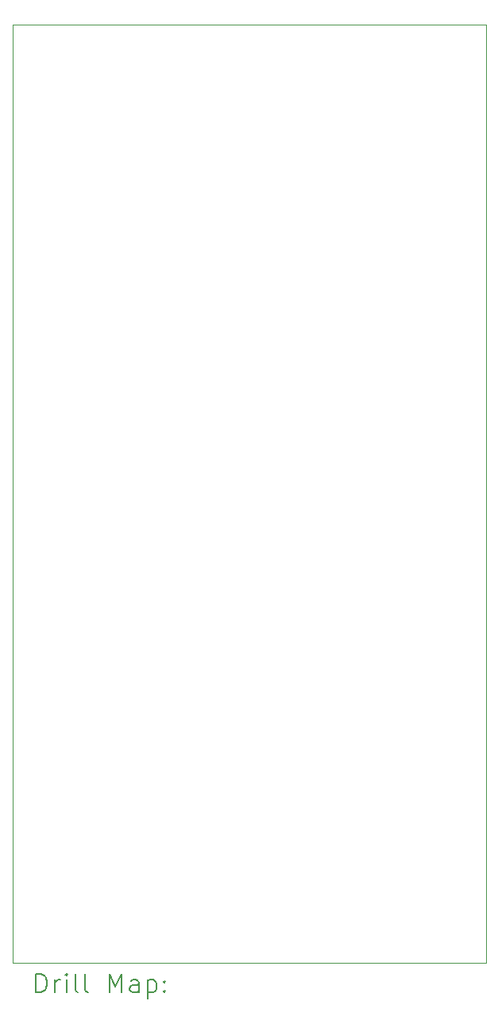
<source format=gbr>
%FSLAX45Y45*%
G04 Gerber Fmt 4.5, Leading zero omitted, Abs format (unit mm)*
G04 Created by KiCad (PCBNEW (6.0.0)) date 2022-08-05 10:15:01*
%MOMM*%
%LPD*%
G01*
G04 APERTURE LIST*
%TA.AperFunction,Profile*%
%ADD10C,0.100000*%
%TD*%
%ADD11C,0.200000*%
G04 APERTURE END LIST*
D10*
X12296462Y-14249400D02*
X17346462Y-14249400D01*
X17346462Y-14249400D02*
X17346462Y-4249400D01*
X17346462Y-4249400D02*
X12296462Y-4249400D01*
X12296462Y-4249400D02*
X12296462Y-14249400D01*
D11*
X12549081Y-14564876D02*
X12549081Y-14364876D01*
X12596700Y-14364876D01*
X12625271Y-14374400D01*
X12644319Y-14393448D01*
X12653843Y-14412495D01*
X12663366Y-14450590D01*
X12663366Y-14479162D01*
X12653843Y-14517257D01*
X12644319Y-14536305D01*
X12625271Y-14555352D01*
X12596700Y-14564876D01*
X12549081Y-14564876D01*
X12749081Y-14564876D02*
X12749081Y-14431543D01*
X12749081Y-14469638D02*
X12758605Y-14450590D01*
X12768128Y-14441067D01*
X12787176Y-14431543D01*
X12806224Y-14431543D01*
X12872890Y-14564876D02*
X12872890Y-14431543D01*
X12872890Y-14364876D02*
X12863366Y-14374400D01*
X12872890Y-14383924D01*
X12882414Y-14374400D01*
X12872890Y-14364876D01*
X12872890Y-14383924D01*
X12996700Y-14564876D02*
X12977652Y-14555352D01*
X12968128Y-14536305D01*
X12968128Y-14364876D01*
X13101462Y-14564876D02*
X13082414Y-14555352D01*
X13072890Y-14536305D01*
X13072890Y-14364876D01*
X13330033Y-14564876D02*
X13330033Y-14364876D01*
X13396700Y-14507733D01*
X13463366Y-14364876D01*
X13463366Y-14564876D01*
X13644319Y-14564876D02*
X13644319Y-14460114D01*
X13634795Y-14441067D01*
X13615747Y-14431543D01*
X13577652Y-14431543D01*
X13558605Y-14441067D01*
X13644319Y-14555352D02*
X13625271Y-14564876D01*
X13577652Y-14564876D01*
X13558605Y-14555352D01*
X13549081Y-14536305D01*
X13549081Y-14517257D01*
X13558605Y-14498209D01*
X13577652Y-14488686D01*
X13625271Y-14488686D01*
X13644319Y-14479162D01*
X13739557Y-14431543D02*
X13739557Y-14631543D01*
X13739557Y-14441067D02*
X13758605Y-14431543D01*
X13796700Y-14431543D01*
X13815747Y-14441067D01*
X13825271Y-14450590D01*
X13834795Y-14469638D01*
X13834795Y-14526781D01*
X13825271Y-14545828D01*
X13815747Y-14555352D01*
X13796700Y-14564876D01*
X13758605Y-14564876D01*
X13739557Y-14555352D01*
X13920509Y-14545828D02*
X13930033Y-14555352D01*
X13920509Y-14564876D01*
X13910986Y-14555352D01*
X13920509Y-14545828D01*
X13920509Y-14564876D01*
X13920509Y-14441067D02*
X13930033Y-14450590D01*
X13920509Y-14460114D01*
X13910986Y-14450590D01*
X13920509Y-14441067D01*
X13920509Y-14460114D01*
M02*

</source>
